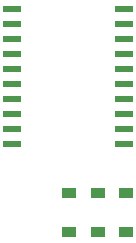
<source format=gbr>
G04 #@! TF.GenerationSoftware,KiCad,Pcbnew,5.1.5+dfsg1-2build2*
G04 #@! TF.CreationDate,2023-07-02T11:19:25+01:00*
G04 #@! TF.ProjectId,hd36106_replacement,68643336-3130-4365-9f72-65706c616365,rev?*
G04 #@! TF.SameCoordinates,Original*
G04 #@! TF.FileFunction,Paste,Top*
G04 #@! TF.FilePolarity,Positive*
%FSLAX46Y46*%
G04 Gerber Fmt 4.6, Leading zero omitted, Abs format (unit mm)*
G04 Created by KiCad (PCBNEW 5.1.5+dfsg1-2build2) date 2023-07-02 11:19:25*
%MOMM*%
%LPD*%
G04 APERTURE LIST*
%ADD10R,1.200000X0.900000*%
%ADD11R,1.500000X0.600000*%
G04 APERTURE END LIST*
D10*
X132715000Y-103633000D03*
X132715000Y-106933000D03*
X130302000Y-106933000D03*
X130302000Y-103633000D03*
X127889000Y-103633000D03*
X127889000Y-106933000D03*
D11*
X132550000Y-88085000D03*
X132550000Y-89355000D03*
X132550000Y-90625000D03*
X132550000Y-91895000D03*
X132550000Y-93165000D03*
X132550000Y-94435000D03*
X132550000Y-95705000D03*
X132550000Y-96975000D03*
X132550000Y-98245000D03*
X132550000Y-99515000D03*
X123050000Y-99515000D03*
X123050000Y-98245000D03*
X123050000Y-96975000D03*
X123050000Y-95705000D03*
X123050000Y-88085000D03*
X123050000Y-89355000D03*
X123050000Y-90625000D03*
X123050000Y-91895000D03*
X123050000Y-93165000D03*
X123050000Y-94435000D03*
M02*

</source>
